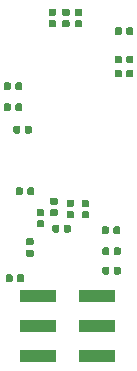
<source format=gbr>
G04 #@! TF.GenerationSoftware,KiCad,Pcbnew,5.0.1-33cea8e~66~ubuntu18.04.1*
G04 #@! TF.CreationDate,2018-10-18T22:19:59+02:00*
G04 #@! TF.ProjectId,Tiny-up5k,54696E792D7570356B2E6B696361645F,rev?*
G04 #@! TF.SameCoordinates,Original*
G04 #@! TF.FileFunction,Paste,Bot*
G04 #@! TF.FilePolarity,Positive*
%FSLAX46Y46*%
G04 Gerber Fmt 4.6, Leading zero omitted, Abs format (unit mm)*
G04 Created by KiCad (PCBNEW 5.0.1-33cea8e~66~ubuntu18.04.1) date do 18 okt 2018 22:19:59 CEST*
%MOMM*%
%LPD*%
G01*
G04 APERTURE LIST*
%ADD10R,3.150000X1.000000*%
%ADD11C,0.100000*%
%ADD12C,0.590000*%
G04 APERTURE END LIST*
D10*
G04 #@! TO.C,J5*
X148620000Y-131445000D03*
X153670000Y-131445000D03*
X148620000Y-128905000D03*
X153670000Y-128905000D03*
X148620000Y-126365000D03*
X153670000Y-126365000D03*
G04 #@! TD*
D11*
G04 #@! TO.C,C12*
G36*
X147989958Y-111948710D02*
X148004276Y-111950834D01*
X148018317Y-111954351D01*
X148031946Y-111959228D01*
X148045031Y-111965417D01*
X148057447Y-111972858D01*
X148069073Y-111981481D01*
X148079798Y-111991202D01*
X148089519Y-112001927D01*
X148098142Y-112013553D01*
X148105583Y-112025969D01*
X148111772Y-112039054D01*
X148116649Y-112052683D01*
X148120166Y-112066724D01*
X148122290Y-112081042D01*
X148123000Y-112095500D01*
X148123000Y-112440500D01*
X148122290Y-112454958D01*
X148120166Y-112469276D01*
X148116649Y-112483317D01*
X148111772Y-112496946D01*
X148105583Y-112510031D01*
X148098142Y-112522447D01*
X148089519Y-112534073D01*
X148079798Y-112544798D01*
X148069073Y-112554519D01*
X148057447Y-112563142D01*
X148045031Y-112570583D01*
X148031946Y-112576772D01*
X148018317Y-112581649D01*
X148004276Y-112585166D01*
X147989958Y-112587290D01*
X147975500Y-112588000D01*
X147680500Y-112588000D01*
X147666042Y-112587290D01*
X147651724Y-112585166D01*
X147637683Y-112581649D01*
X147624054Y-112576772D01*
X147610969Y-112570583D01*
X147598553Y-112563142D01*
X147586927Y-112554519D01*
X147576202Y-112544798D01*
X147566481Y-112534073D01*
X147557858Y-112522447D01*
X147550417Y-112510031D01*
X147544228Y-112496946D01*
X147539351Y-112483317D01*
X147535834Y-112469276D01*
X147533710Y-112454958D01*
X147533000Y-112440500D01*
X147533000Y-112095500D01*
X147533710Y-112081042D01*
X147535834Y-112066724D01*
X147539351Y-112052683D01*
X147544228Y-112039054D01*
X147550417Y-112025969D01*
X147557858Y-112013553D01*
X147566481Y-112001927D01*
X147576202Y-111991202D01*
X147586927Y-111981481D01*
X147598553Y-111972858D01*
X147610969Y-111965417D01*
X147624054Y-111959228D01*
X147637683Y-111954351D01*
X147651724Y-111950834D01*
X147666042Y-111948710D01*
X147680500Y-111948000D01*
X147975500Y-111948000D01*
X147989958Y-111948710D01*
X147989958Y-111948710D01*
G37*
D12*
X147828000Y-112268000D03*
D11*
G36*
X147019958Y-111948710D02*
X147034276Y-111950834D01*
X147048317Y-111954351D01*
X147061946Y-111959228D01*
X147075031Y-111965417D01*
X147087447Y-111972858D01*
X147099073Y-111981481D01*
X147109798Y-111991202D01*
X147119519Y-112001927D01*
X147128142Y-112013553D01*
X147135583Y-112025969D01*
X147141772Y-112039054D01*
X147146649Y-112052683D01*
X147150166Y-112066724D01*
X147152290Y-112081042D01*
X147153000Y-112095500D01*
X147153000Y-112440500D01*
X147152290Y-112454958D01*
X147150166Y-112469276D01*
X147146649Y-112483317D01*
X147141772Y-112496946D01*
X147135583Y-112510031D01*
X147128142Y-112522447D01*
X147119519Y-112534073D01*
X147109798Y-112544798D01*
X147099073Y-112554519D01*
X147087447Y-112563142D01*
X147075031Y-112570583D01*
X147061946Y-112576772D01*
X147048317Y-112581649D01*
X147034276Y-112585166D01*
X147019958Y-112587290D01*
X147005500Y-112588000D01*
X146710500Y-112588000D01*
X146696042Y-112587290D01*
X146681724Y-112585166D01*
X146667683Y-112581649D01*
X146654054Y-112576772D01*
X146640969Y-112570583D01*
X146628553Y-112563142D01*
X146616927Y-112554519D01*
X146606202Y-112544798D01*
X146596481Y-112534073D01*
X146587858Y-112522447D01*
X146580417Y-112510031D01*
X146574228Y-112496946D01*
X146569351Y-112483317D01*
X146565834Y-112469276D01*
X146563710Y-112454958D01*
X146563000Y-112440500D01*
X146563000Y-112095500D01*
X146563710Y-112081042D01*
X146565834Y-112066724D01*
X146569351Y-112052683D01*
X146574228Y-112039054D01*
X146580417Y-112025969D01*
X146587858Y-112013553D01*
X146596481Y-112001927D01*
X146606202Y-111991202D01*
X146616927Y-111981481D01*
X146628553Y-111972858D01*
X146640969Y-111965417D01*
X146654054Y-111959228D01*
X146667683Y-111954351D01*
X146681724Y-111950834D01*
X146696042Y-111948710D01*
X146710500Y-111948000D01*
X147005500Y-111948000D01*
X147019958Y-111948710D01*
X147019958Y-111948710D01*
G37*
D12*
X146858000Y-112268000D03*
G04 #@! TD*
D11*
G04 #@! TO.C,C1*
G36*
X155612958Y-103603810D02*
X155627276Y-103605934D01*
X155641317Y-103609451D01*
X155654946Y-103614328D01*
X155668031Y-103620517D01*
X155680447Y-103627958D01*
X155692073Y-103636581D01*
X155702798Y-103646302D01*
X155712519Y-103657027D01*
X155721142Y-103668653D01*
X155728583Y-103681069D01*
X155734772Y-103694154D01*
X155739649Y-103707783D01*
X155743166Y-103721824D01*
X155745290Y-103736142D01*
X155746000Y-103750600D01*
X155746000Y-104095600D01*
X155745290Y-104110058D01*
X155743166Y-104124376D01*
X155739649Y-104138417D01*
X155734772Y-104152046D01*
X155728583Y-104165131D01*
X155721142Y-104177547D01*
X155712519Y-104189173D01*
X155702798Y-104199898D01*
X155692073Y-104209619D01*
X155680447Y-104218242D01*
X155668031Y-104225683D01*
X155654946Y-104231872D01*
X155641317Y-104236749D01*
X155627276Y-104240266D01*
X155612958Y-104242390D01*
X155598500Y-104243100D01*
X155303500Y-104243100D01*
X155289042Y-104242390D01*
X155274724Y-104240266D01*
X155260683Y-104236749D01*
X155247054Y-104231872D01*
X155233969Y-104225683D01*
X155221553Y-104218242D01*
X155209927Y-104209619D01*
X155199202Y-104199898D01*
X155189481Y-104189173D01*
X155180858Y-104177547D01*
X155173417Y-104165131D01*
X155167228Y-104152046D01*
X155162351Y-104138417D01*
X155158834Y-104124376D01*
X155156710Y-104110058D01*
X155156000Y-104095600D01*
X155156000Y-103750600D01*
X155156710Y-103736142D01*
X155158834Y-103721824D01*
X155162351Y-103707783D01*
X155167228Y-103694154D01*
X155173417Y-103681069D01*
X155180858Y-103668653D01*
X155189481Y-103657027D01*
X155199202Y-103646302D01*
X155209927Y-103636581D01*
X155221553Y-103627958D01*
X155233969Y-103620517D01*
X155247054Y-103614328D01*
X155260683Y-103609451D01*
X155274724Y-103605934D01*
X155289042Y-103603810D01*
X155303500Y-103603100D01*
X155598500Y-103603100D01*
X155612958Y-103603810D01*
X155612958Y-103603810D01*
G37*
D12*
X155451000Y-103923100D03*
D11*
G36*
X156582958Y-103603810D02*
X156597276Y-103605934D01*
X156611317Y-103609451D01*
X156624946Y-103614328D01*
X156638031Y-103620517D01*
X156650447Y-103627958D01*
X156662073Y-103636581D01*
X156672798Y-103646302D01*
X156682519Y-103657027D01*
X156691142Y-103668653D01*
X156698583Y-103681069D01*
X156704772Y-103694154D01*
X156709649Y-103707783D01*
X156713166Y-103721824D01*
X156715290Y-103736142D01*
X156716000Y-103750600D01*
X156716000Y-104095600D01*
X156715290Y-104110058D01*
X156713166Y-104124376D01*
X156709649Y-104138417D01*
X156704772Y-104152046D01*
X156698583Y-104165131D01*
X156691142Y-104177547D01*
X156682519Y-104189173D01*
X156672798Y-104199898D01*
X156662073Y-104209619D01*
X156650447Y-104218242D01*
X156638031Y-104225683D01*
X156624946Y-104231872D01*
X156611317Y-104236749D01*
X156597276Y-104240266D01*
X156582958Y-104242390D01*
X156568500Y-104243100D01*
X156273500Y-104243100D01*
X156259042Y-104242390D01*
X156244724Y-104240266D01*
X156230683Y-104236749D01*
X156217054Y-104231872D01*
X156203969Y-104225683D01*
X156191553Y-104218242D01*
X156179927Y-104209619D01*
X156169202Y-104199898D01*
X156159481Y-104189173D01*
X156150858Y-104177547D01*
X156143417Y-104165131D01*
X156137228Y-104152046D01*
X156132351Y-104138417D01*
X156128834Y-104124376D01*
X156126710Y-104110058D01*
X156126000Y-104095600D01*
X156126000Y-103750600D01*
X156126710Y-103736142D01*
X156128834Y-103721824D01*
X156132351Y-103707783D01*
X156137228Y-103694154D01*
X156143417Y-103681069D01*
X156150858Y-103668653D01*
X156159481Y-103657027D01*
X156169202Y-103646302D01*
X156179927Y-103636581D01*
X156191553Y-103627958D01*
X156203969Y-103620517D01*
X156217054Y-103614328D01*
X156230683Y-103609451D01*
X156244724Y-103605934D01*
X156259042Y-103603810D01*
X156273500Y-103603100D01*
X156568500Y-103603100D01*
X156582958Y-103603810D01*
X156582958Y-103603810D01*
G37*
D12*
X156421000Y-103923100D03*
G04 #@! TD*
D11*
G04 #@! TO.C,C2*
G36*
X156582958Y-107203810D02*
X156597276Y-107205934D01*
X156611317Y-107209451D01*
X156624946Y-107214328D01*
X156638031Y-107220517D01*
X156650447Y-107227958D01*
X156662073Y-107236581D01*
X156672798Y-107246302D01*
X156682519Y-107257027D01*
X156691142Y-107268653D01*
X156698583Y-107281069D01*
X156704772Y-107294154D01*
X156709649Y-107307783D01*
X156713166Y-107321824D01*
X156715290Y-107336142D01*
X156716000Y-107350600D01*
X156716000Y-107695600D01*
X156715290Y-107710058D01*
X156713166Y-107724376D01*
X156709649Y-107738417D01*
X156704772Y-107752046D01*
X156698583Y-107765131D01*
X156691142Y-107777547D01*
X156682519Y-107789173D01*
X156672798Y-107799898D01*
X156662073Y-107809619D01*
X156650447Y-107818242D01*
X156638031Y-107825683D01*
X156624946Y-107831872D01*
X156611317Y-107836749D01*
X156597276Y-107840266D01*
X156582958Y-107842390D01*
X156568500Y-107843100D01*
X156273500Y-107843100D01*
X156259042Y-107842390D01*
X156244724Y-107840266D01*
X156230683Y-107836749D01*
X156217054Y-107831872D01*
X156203969Y-107825683D01*
X156191553Y-107818242D01*
X156179927Y-107809619D01*
X156169202Y-107799898D01*
X156159481Y-107789173D01*
X156150858Y-107777547D01*
X156143417Y-107765131D01*
X156137228Y-107752046D01*
X156132351Y-107738417D01*
X156128834Y-107724376D01*
X156126710Y-107710058D01*
X156126000Y-107695600D01*
X156126000Y-107350600D01*
X156126710Y-107336142D01*
X156128834Y-107321824D01*
X156132351Y-107307783D01*
X156137228Y-107294154D01*
X156143417Y-107281069D01*
X156150858Y-107268653D01*
X156159481Y-107257027D01*
X156169202Y-107246302D01*
X156179927Y-107236581D01*
X156191553Y-107227958D01*
X156203969Y-107220517D01*
X156217054Y-107214328D01*
X156230683Y-107209451D01*
X156244724Y-107205934D01*
X156259042Y-107203810D01*
X156273500Y-107203100D01*
X156568500Y-107203100D01*
X156582958Y-107203810D01*
X156582958Y-107203810D01*
G37*
D12*
X156421000Y-107523100D03*
D11*
G36*
X155612958Y-107203810D02*
X155627276Y-107205934D01*
X155641317Y-107209451D01*
X155654946Y-107214328D01*
X155668031Y-107220517D01*
X155680447Y-107227958D01*
X155692073Y-107236581D01*
X155702798Y-107246302D01*
X155712519Y-107257027D01*
X155721142Y-107268653D01*
X155728583Y-107281069D01*
X155734772Y-107294154D01*
X155739649Y-107307783D01*
X155743166Y-107321824D01*
X155745290Y-107336142D01*
X155746000Y-107350600D01*
X155746000Y-107695600D01*
X155745290Y-107710058D01*
X155743166Y-107724376D01*
X155739649Y-107738417D01*
X155734772Y-107752046D01*
X155728583Y-107765131D01*
X155721142Y-107777547D01*
X155712519Y-107789173D01*
X155702798Y-107799898D01*
X155692073Y-107809619D01*
X155680447Y-107818242D01*
X155668031Y-107825683D01*
X155654946Y-107831872D01*
X155641317Y-107836749D01*
X155627276Y-107840266D01*
X155612958Y-107842390D01*
X155598500Y-107843100D01*
X155303500Y-107843100D01*
X155289042Y-107842390D01*
X155274724Y-107840266D01*
X155260683Y-107836749D01*
X155247054Y-107831872D01*
X155233969Y-107825683D01*
X155221553Y-107818242D01*
X155209927Y-107809619D01*
X155199202Y-107799898D01*
X155189481Y-107789173D01*
X155180858Y-107777547D01*
X155173417Y-107765131D01*
X155167228Y-107752046D01*
X155162351Y-107738417D01*
X155158834Y-107724376D01*
X155156710Y-107710058D01*
X155156000Y-107695600D01*
X155156000Y-107350600D01*
X155156710Y-107336142D01*
X155158834Y-107321824D01*
X155162351Y-107307783D01*
X155167228Y-107294154D01*
X155173417Y-107281069D01*
X155180858Y-107268653D01*
X155189481Y-107257027D01*
X155199202Y-107246302D01*
X155209927Y-107236581D01*
X155221553Y-107227958D01*
X155233969Y-107220517D01*
X155247054Y-107214328D01*
X155260683Y-107209451D01*
X155274724Y-107205934D01*
X155289042Y-107203810D01*
X155303500Y-107203100D01*
X155598500Y-107203100D01*
X155612958Y-107203810D01*
X155612958Y-107203810D01*
G37*
D12*
X155451000Y-107523100D03*
G04 #@! TD*
D11*
G04 #@! TO.C,C4*
G36*
X156582958Y-106003810D02*
X156597276Y-106005934D01*
X156611317Y-106009451D01*
X156624946Y-106014328D01*
X156638031Y-106020517D01*
X156650447Y-106027958D01*
X156662073Y-106036581D01*
X156672798Y-106046302D01*
X156682519Y-106057027D01*
X156691142Y-106068653D01*
X156698583Y-106081069D01*
X156704772Y-106094154D01*
X156709649Y-106107783D01*
X156713166Y-106121824D01*
X156715290Y-106136142D01*
X156716000Y-106150600D01*
X156716000Y-106495600D01*
X156715290Y-106510058D01*
X156713166Y-106524376D01*
X156709649Y-106538417D01*
X156704772Y-106552046D01*
X156698583Y-106565131D01*
X156691142Y-106577547D01*
X156682519Y-106589173D01*
X156672798Y-106599898D01*
X156662073Y-106609619D01*
X156650447Y-106618242D01*
X156638031Y-106625683D01*
X156624946Y-106631872D01*
X156611317Y-106636749D01*
X156597276Y-106640266D01*
X156582958Y-106642390D01*
X156568500Y-106643100D01*
X156273500Y-106643100D01*
X156259042Y-106642390D01*
X156244724Y-106640266D01*
X156230683Y-106636749D01*
X156217054Y-106631872D01*
X156203969Y-106625683D01*
X156191553Y-106618242D01*
X156179927Y-106609619D01*
X156169202Y-106599898D01*
X156159481Y-106589173D01*
X156150858Y-106577547D01*
X156143417Y-106565131D01*
X156137228Y-106552046D01*
X156132351Y-106538417D01*
X156128834Y-106524376D01*
X156126710Y-106510058D01*
X156126000Y-106495600D01*
X156126000Y-106150600D01*
X156126710Y-106136142D01*
X156128834Y-106121824D01*
X156132351Y-106107783D01*
X156137228Y-106094154D01*
X156143417Y-106081069D01*
X156150858Y-106068653D01*
X156159481Y-106057027D01*
X156169202Y-106046302D01*
X156179927Y-106036581D01*
X156191553Y-106027958D01*
X156203969Y-106020517D01*
X156217054Y-106014328D01*
X156230683Y-106009451D01*
X156244724Y-106005934D01*
X156259042Y-106003810D01*
X156273500Y-106003100D01*
X156568500Y-106003100D01*
X156582958Y-106003810D01*
X156582958Y-106003810D01*
G37*
D12*
X156421000Y-106323100D03*
D11*
G36*
X155612958Y-106003810D02*
X155627276Y-106005934D01*
X155641317Y-106009451D01*
X155654946Y-106014328D01*
X155668031Y-106020517D01*
X155680447Y-106027958D01*
X155692073Y-106036581D01*
X155702798Y-106046302D01*
X155712519Y-106057027D01*
X155721142Y-106068653D01*
X155728583Y-106081069D01*
X155734772Y-106094154D01*
X155739649Y-106107783D01*
X155743166Y-106121824D01*
X155745290Y-106136142D01*
X155746000Y-106150600D01*
X155746000Y-106495600D01*
X155745290Y-106510058D01*
X155743166Y-106524376D01*
X155739649Y-106538417D01*
X155734772Y-106552046D01*
X155728583Y-106565131D01*
X155721142Y-106577547D01*
X155712519Y-106589173D01*
X155702798Y-106599898D01*
X155692073Y-106609619D01*
X155680447Y-106618242D01*
X155668031Y-106625683D01*
X155654946Y-106631872D01*
X155641317Y-106636749D01*
X155627276Y-106640266D01*
X155612958Y-106642390D01*
X155598500Y-106643100D01*
X155303500Y-106643100D01*
X155289042Y-106642390D01*
X155274724Y-106640266D01*
X155260683Y-106636749D01*
X155247054Y-106631872D01*
X155233969Y-106625683D01*
X155221553Y-106618242D01*
X155209927Y-106609619D01*
X155199202Y-106599898D01*
X155189481Y-106589173D01*
X155180858Y-106577547D01*
X155173417Y-106565131D01*
X155167228Y-106552046D01*
X155162351Y-106538417D01*
X155158834Y-106524376D01*
X155156710Y-106510058D01*
X155156000Y-106495600D01*
X155156000Y-106150600D01*
X155156710Y-106136142D01*
X155158834Y-106121824D01*
X155162351Y-106107783D01*
X155167228Y-106094154D01*
X155173417Y-106081069D01*
X155180858Y-106068653D01*
X155189481Y-106057027D01*
X155199202Y-106046302D01*
X155209927Y-106036581D01*
X155221553Y-106027958D01*
X155233969Y-106020517D01*
X155247054Y-106014328D01*
X155260683Y-106009451D01*
X155274724Y-106005934D01*
X155289042Y-106003810D01*
X155303500Y-106003100D01*
X155598500Y-106003100D01*
X155612958Y-106003810D01*
X155612958Y-106003810D01*
G37*
D12*
X155451000Y-106323100D03*
G04 #@! TD*
D11*
G04 #@! TO.C,C5*
G36*
X154512958Y-120457710D02*
X154527276Y-120459834D01*
X154541317Y-120463351D01*
X154554946Y-120468228D01*
X154568031Y-120474417D01*
X154580447Y-120481858D01*
X154592073Y-120490481D01*
X154602798Y-120500202D01*
X154612519Y-120510927D01*
X154621142Y-120522553D01*
X154628583Y-120534969D01*
X154634772Y-120548054D01*
X154639649Y-120561683D01*
X154643166Y-120575724D01*
X154645290Y-120590042D01*
X154646000Y-120604500D01*
X154646000Y-120949500D01*
X154645290Y-120963958D01*
X154643166Y-120978276D01*
X154639649Y-120992317D01*
X154634772Y-121005946D01*
X154628583Y-121019031D01*
X154621142Y-121031447D01*
X154612519Y-121043073D01*
X154602798Y-121053798D01*
X154592073Y-121063519D01*
X154580447Y-121072142D01*
X154568031Y-121079583D01*
X154554946Y-121085772D01*
X154541317Y-121090649D01*
X154527276Y-121094166D01*
X154512958Y-121096290D01*
X154498500Y-121097000D01*
X154203500Y-121097000D01*
X154189042Y-121096290D01*
X154174724Y-121094166D01*
X154160683Y-121090649D01*
X154147054Y-121085772D01*
X154133969Y-121079583D01*
X154121553Y-121072142D01*
X154109927Y-121063519D01*
X154099202Y-121053798D01*
X154089481Y-121043073D01*
X154080858Y-121031447D01*
X154073417Y-121019031D01*
X154067228Y-121005946D01*
X154062351Y-120992317D01*
X154058834Y-120978276D01*
X154056710Y-120963958D01*
X154056000Y-120949500D01*
X154056000Y-120604500D01*
X154056710Y-120590042D01*
X154058834Y-120575724D01*
X154062351Y-120561683D01*
X154067228Y-120548054D01*
X154073417Y-120534969D01*
X154080858Y-120522553D01*
X154089481Y-120510927D01*
X154099202Y-120500202D01*
X154109927Y-120490481D01*
X154121553Y-120481858D01*
X154133969Y-120474417D01*
X154147054Y-120468228D01*
X154160683Y-120463351D01*
X154174724Y-120459834D01*
X154189042Y-120457710D01*
X154203500Y-120457000D01*
X154498500Y-120457000D01*
X154512958Y-120457710D01*
X154512958Y-120457710D01*
G37*
D12*
X154351000Y-120777000D03*
D11*
G36*
X155482958Y-120457710D02*
X155497276Y-120459834D01*
X155511317Y-120463351D01*
X155524946Y-120468228D01*
X155538031Y-120474417D01*
X155550447Y-120481858D01*
X155562073Y-120490481D01*
X155572798Y-120500202D01*
X155582519Y-120510927D01*
X155591142Y-120522553D01*
X155598583Y-120534969D01*
X155604772Y-120548054D01*
X155609649Y-120561683D01*
X155613166Y-120575724D01*
X155615290Y-120590042D01*
X155616000Y-120604500D01*
X155616000Y-120949500D01*
X155615290Y-120963958D01*
X155613166Y-120978276D01*
X155609649Y-120992317D01*
X155604772Y-121005946D01*
X155598583Y-121019031D01*
X155591142Y-121031447D01*
X155582519Y-121043073D01*
X155572798Y-121053798D01*
X155562073Y-121063519D01*
X155550447Y-121072142D01*
X155538031Y-121079583D01*
X155524946Y-121085772D01*
X155511317Y-121090649D01*
X155497276Y-121094166D01*
X155482958Y-121096290D01*
X155468500Y-121097000D01*
X155173500Y-121097000D01*
X155159042Y-121096290D01*
X155144724Y-121094166D01*
X155130683Y-121090649D01*
X155117054Y-121085772D01*
X155103969Y-121079583D01*
X155091553Y-121072142D01*
X155079927Y-121063519D01*
X155069202Y-121053798D01*
X155059481Y-121043073D01*
X155050858Y-121031447D01*
X155043417Y-121019031D01*
X155037228Y-121005946D01*
X155032351Y-120992317D01*
X155028834Y-120978276D01*
X155026710Y-120963958D01*
X155026000Y-120949500D01*
X155026000Y-120604500D01*
X155026710Y-120590042D01*
X155028834Y-120575724D01*
X155032351Y-120561683D01*
X155037228Y-120548054D01*
X155043417Y-120534969D01*
X155050858Y-120522553D01*
X155059481Y-120510927D01*
X155069202Y-120500202D01*
X155079927Y-120490481D01*
X155091553Y-120481858D01*
X155103969Y-120474417D01*
X155117054Y-120468228D01*
X155130683Y-120463351D01*
X155144724Y-120459834D01*
X155159042Y-120457710D01*
X155173500Y-120457000D01*
X155468500Y-120457000D01*
X155482958Y-120457710D01*
X155482958Y-120457710D01*
G37*
D12*
X155321000Y-120777000D03*
G04 #@! TD*
D11*
G04 #@! TO.C,C6*
G36*
X149030958Y-118981710D02*
X149045276Y-118983834D01*
X149059317Y-118987351D01*
X149072946Y-118992228D01*
X149086031Y-118998417D01*
X149098447Y-119005858D01*
X149110073Y-119014481D01*
X149120798Y-119024202D01*
X149130519Y-119034927D01*
X149139142Y-119046553D01*
X149146583Y-119058969D01*
X149152772Y-119072054D01*
X149157649Y-119085683D01*
X149161166Y-119099724D01*
X149163290Y-119114042D01*
X149164000Y-119128500D01*
X149164000Y-119423500D01*
X149163290Y-119437958D01*
X149161166Y-119452276D01*
X149157649Y-119466317D01*
X149152772Y-119479946D01*
X149146583Y-119493031D01*
X149139142Y-119505447D01*
X149130519Y-119517073D01*
X149120798Y-119527798D01*
X149110073Y-119537519D01*
X149098447Y-119546142D01*
X149086031Y-119553583D01*
X149072946Y-119559772D01*
X149059317Y-119564649D01*
X149045276Y-119568166D01*
X149030958Y-119570290D01*
X149016500Y-119571000D01*
X148671500Y-119571000D01*
X148657042Y-119570290D01*
X148642724Y-119568166D01*
X148628683Y-119564649D01*
X148615054Y-119559772D01*
X148601969Y-119553583D01*
X148589553Y-119546142D01*
X148577927Y-119537519D01*
X148567202Y-119527798D01*
X148557481Y-119517073D01*
X148548858Y-119505447D01*
X148541417Y-119493031D01*
X148535228Y-119479946D01*
X148530351Y-119466317D01*
X148526834Y-119452276D01*
X148524710Y-119437958D01*
X148524000Y-119423500D01*
X148524000Y-119128500D01*
X148524710Y-119114042D01*
X148526834Y-119099724D01*
X148530351Y-119085683D01*
X148535228Y-119072054D01*
X148541417Y-119058969D01*
X148548858Y-119046553D01*
X148557481Y-119034927D01*
X148567202Y-119024202D01*
X148577927Y-119014481D01*
X148589553Y-119005858D01*
X148601969Y-118998417D01*
X148615054Y-118992228D01*
X148628683Y-118987351D01*
X148642724Y-118983834D01*
X148657042Y-118981710D01*
X148671500Y-118981000D01*
X149016500Y-118981000D01*
X149030958Y-118981710D01*
X149030958Y-118981710D01*
G37*
D12*
X148844000Y-119276000D03*
D11*
G36*
X149030958Y-119951710D02*
X149045276Y-119953834D01*
X149059317Y-119957351D01*
X149072946Y-119962228D01*
X149086031Y-119968417D01*
X149098447Y-119975858D01*
X149110073Y-119984481D01*
X149120798Y-119994202D01*
X149130519Y-120004927D01*
X149139142Y-120016553D01*
X149146583Y-120028969D01*
X149152772Y-120042054D01*
X149157649Y-120055683D01*
X149161166Y-120069724D01*
X149163290Y-120084042D01*
X149164000Y-120098500D01*
X149164000Y-120393500D01*
X149163290Y-120407958D01*
X149161166Y-120422276D01*
X149157649Y-120436317D01*
X149152772Y-120449946D01*
X149146583Y-120463031D01*
X149139142Y-120475447D01*
X149130519Y-120487073D01*
X149120798Y-120497798D01*
X149110073Y-120507519D01*
X149098447Y-120516142D01*
X149086031Y-120523583D01*
X149072946Y-120529772D01*
X149059317Y-120534649D01*
X149045276Y-120538166D01*
X149030958Y-120540290D01*
X149016500Y-120541000D01*
X148671500Y-120541000D01*
X148657042Y-120540290D01*
X148642724Y-120538166D01*
X148628683Y-120534649D01*
X148615054Y-120529772D01*
X148601969Y-120523583D01*
X148589553Y-120516142D01*
X148577927Y-120507519D01*
X148567202Y-120497798D01*
X148557481Y-120487073D01*
X148548858Y-120475447D01*
X148541417Y-120463031D01*
X148535228Y-120449946D01*
X148530351Y-120436317D01*
X148526834Y-120422276D01*
X148524710Y-120407958D01*
X148524000Y-120393500D01*
X148524000Y-120098500D01*
X148524710Y-120084042D01*
X148526834Y-120069724D01*
X148530351Y-120055683D01*
X148535228Y-120042054D01*
X148541417Y-120028969D01*
X148548858Y-120016553D01*
X148557481Y-120004927D01*
X148567202Y-119994202D01*
X148577927Y-119984481D01*
X148589553Y-119975858D01*
X148601969Y-119968417D01*
X148615054Y-119962228D01*
X148628683Y-119957351D01*
X148642724Y-119953834D01*
X148657042Y-119951710D01*
X148671500Y-119951000D01*
X149016500Y-119951000D01*
X149030958Y-119951710D01*
X149030958Y-119951710D01*
G37*
D12*
X148844000Y-120246000D03*
G04 #@! TD*
D11*
G04 #@! TO.C,C8*
G36*
X147227958Y-117155710D02*
X147242276Y-117157834D01*
X147256317Y-117161351D01*
X147269946Y-117166228D01*
X147283031Y-117172417D01*
X147295447Y-117179858D01*
X147307073Y-117188481D01*
X147317798Y-117198202D01*
X147327519Y-117208927D01*
X147336142Y-117220553D01*
X147343583Y-117232969D01*
X147349772Y-117246054D01*
X147354649Y-117259683D01*
X147358166Y-117273724D01*
X147360290Y-117288042D01*
X147361000Y-117302500D01*
X147361000Y-117647500D01*
X147360290Y-117661958D01*
X147358166Y-117676276D01*
X147354649Y-117690317D01*
X147349772Y-117703946D01*
X147343583Y-117717031D01*
X147336142Y-117729447D01*
X147327519Y-117741073D01*
X147317798Y-117751798D01*
X147307073Y-117761519D01*
X147295447Y-117770142D01*
X147283031Y-117777583D01*
X147269946Y-117783772D01*
X147256317Y-117788649D01*
X147242276Y-117792166D01*
X147227958Y-117794290D01*
X147213500Y-117795000D01*
X146918500Y-117795000D01*
X146904042Y-117794290D01*
X146889724Y-117792166D01*
X146875683Y-117788649D01*
X146862054Y-117783772D01*
X146848969Y-117777583D01*
X146836553Y-117770142D01*
X146824927Y-117761519D01*
X146814202Y-117751798D01*
X146804481Y-117741073D01*
X146795858Y-117729447D01*
X146788417Y-117717031D01*
X146782228Y-117703946D01*
X146777351Y-117690317D01*
X146773834Y-117676276D01*
X146771710Y-117661958D01*
X146771000Y-117647500D01*
X146771000Y-117302500D01*
X146771710Y-117288042D01*
X146773834Y-117273724D01*
X146777351Y-117259683D01*
X146782228Y-117246054D01*
X146788417Y-117232969D01*
X146795858Y-117220553D01*
X146804481Y-117208927D01*
X146814202Y-117198202D01*
X146824927Y-117188481D01*
X146836553Y-117179858D01*
X146848969Y-117172417D01*
X146862054Y-117166228D01*
X146875683Y-117161351D01*
X146889724Y-117157834D01*
X146904042Y-117155710D01*
X146918500Y-117155000D01*
X147213500Y-117155000D01*
X147227958Y-117155710D01*
X147227958Y-117155710D01*
G37*
D12*
X147066000Y-117475000D03*
D11*
G36*
X148197958Y-117155710D02*
X148212276Y-117157834D01*
X148226317Y-117161351D01*
X148239946Y-117166228D01*
X148253031Y-117172417D01*
X148265447Y-117179858D01*
X148277073Y-117188481D01*
X148287798Y-117198202D01*
X148297519Y-117208927D01*
X148306142Y-117220553D01*
X148313583Y-117232969D01*
X148319772Y-117246054D01*
X148324649Y-117259683D01*
X148328166Y-117273724D01*
X148330290Y-117288042D01*
X148331000Y-117302500D01*
X148331000Y-117647500D01*
X148330290Y-117661958D01*
X148328166Y-117676276D01*
X148324649Y-117690317D01*
X148319772Y-117703946D01*
X148313583Y-117717031D01*
X148306142Y-117729447D01*
X148297519Y-117741073D01*
X148287798Y-117751798D01*
X148277073Y-117761519D01*
X148265447Y-117770142D01*
X148253031Y-117777583D01*
X148239946Y-117783772D01*
X148226317Y-117788649D01*
X148212276Y-117792166D01*
X148197958Y-117794290D01*
X148183500Y-117795000D01*
X147888500Y-117795000D01*
X147874042Y-117794290D01*
X147859724Y-117792166D01*
X147845683Y-117788649D01*
X147832054Y-117783772D01*
X147818969Y-117777583D01*
X147806553Y-117770142D01*
X147794927Y-117761519D01*
X147784202Y-117751798D01*
X147774481Y-117741073D01*
X147765858Y-117729447D01*
X147758417Y-117717031D01*
X147752228Y-117703946D01*
X147747351Y-117690317D01*
X147743834Y-117676276D01*
X147741710Y-117661958D01*
X147741000Y-117647500D01*
X147741000Y-117302500D01*
X147741710Y-117288042D01*
X147743834Y-117273724D01*
X147747351Y-117259683D01*
X147752228Y-117246054D01*
X147758417Y-117232969D01*
X147765858Y-117220553D01*
X147774481Y-117208927D01*
X147784202Y-117198202D01*
X147794927Y-117188481D01*
X147806553Y-117179858D01*
X147818969Y-117172417D01*
X147832054Y-117166228D01*
X147845683Y-117161351D01*
X147859724Y-117157834D01*
X147874042Y-117155710D01*
X147888500Y-117155000D01*
X148183500Y-117155000D01*
X148197958Y-117155710D01*
X148197958Y-117155710D01*
G37*
D12*
X148036000Y-117475000D03*
G04 #@! TD*
D11*
G04 #@! TO.C,C9*
G36*
X152840958Y-119189710D02*
X152855276Y-119191834D01*
X152869317Y-119195351D01*
X152882946Y-119200228D01*
X152896031Y-119206417D01*
X152908447Y-119213858D01*
X152920073Y-119222481D01*
X152930798Y-119232202D01*
X152940519Y-119242927D01*
X152949142Y-119254553D01*
X152956583Y-119266969D01*
X152962772Y-119280054D01*
X152967649Y-119293683D01*
X152971166Y-119307724D01*
X152973290Y-119322042D01*
X152974000Y-119336500D01*
X152974000Y-119631500D01*
X152973290Y-119645958D01*
X152971166Y-119660276D01*
X152967649Y-119674317D01*
X152962772Y-119687946D01*
X152956583Y-119701031D01*
X152949142Y-119713447D01*
X152940519Y-119725073D01*
X152930798Y-119735798D01*
X152920073Y-119745519D01*
X152908447Y-119754142D01*
X152896031Y-119761583D01*
X152882946Y-119767772D01*
X152869317Y-119772649D01*
X152855276Y-119776166D01*
X152840958Y-119778290D01*
X152826500Y-119779000D01*
X152481500Y-119779000D01*
X152467042Y-119778290D01*
X152452724Y-119776166D01*
X152438683Y-119772649D01*
X152425054Y-119767772D01*
X152411969Y-119761583D01*
X152399553Y-119754142D01*
X152387927Y-119745519D01*
X152377202Y-119735798D01*
X152367481Y-119725073D01*
X152358858Y-119713447D01*
X152351417Y-119701031D01*
X152345228Y-119687946D01*
X152340351Y-119674317D01*
X152336834Y-119660276D01*
X152334710Y-119645958D01*
X152334000Y-119631500D01*
X152334000Y-119336500D01*
X152334710Y-119322042D01*
X152336834Y-119307724D01*
X152340351Y-119293683D01*
X152345228Y-119280054D01*
X152351417Y-119266969D01*
X152358858Y-119254553D01*
X152367481Y-119242927D01*
X152377202Y-119232202D01*
X152387927Y-119222481D01*
X152399553Y-119213858D01*
X152411969Y-119206417D01*
X152425054Y-119200228D01*
X152438683Y-119195351D01*
X152452724Y-119191834D01*
X152467042Y-119189710D01*
X152481500Y-119189000D01*
X152826500Y-119189000D01*
X152840958Y-119189710D01*
X152840958Y-119189710D01*
G37*
D12*
X152654000Y-119484000D03*
D11*
G36*
X152840958Y-118219710D02*
X152855276Y-118221834D01*
X152869317Y-118225351D01*
X152882946Y-118230228D01*
X152896031Y-118236417D01*
X152908447Y-118243858D01*
X152920073Y-118252481D01*
X152930798Y-118262202D01*
X152940519Y-118272927D01*
X152949142Y-118284553D01*
X152956583Y-118296969D01*
X152962772Y-118310054D01*
X152967649Y-118323683D01*
X152971166Y-118337724D01*
X152973290Y-118352042D01*
X152974000Y-118366500D01*
X152974000Y-118661500D01*
X152973290Y-118675958D01*
X152971166Y-118690276D01*
X152967649Y-118704317D01*
X152962772Y-118717946D01*
X152956583Y-118731031D01*
X152949142Y-118743447D01*
X152940519Y-118755073D01*
X152930798Y-118765798D01*
X152920073Y-118775519D01*
X152908447Y-118784142D01*
X152896031Y-118791583D01*
X152882946Y-118797772D01*
X152869317Y-118802649D01*
X152855276Y-118806166D01*
X152840958Y-118808290D01*
X152826500Y-118809000D01*
X152481500Y-118809000D01*
X152467042Y-118808290D01*
X152452724Y-118806166D01*
X152438683Y-118802649D01*
X152425054Y-118797772D01*
X152411969Y-118791583D01*
X152399553Y-118784142D01*
X152387927Y-118775519D01*
X152377202Y-118765798D01*
X152367481Y-118755073D01*
X152358858Y-118743447D01*
X152351417Y-118731031D01*
X152345228Y-118717946D01*
X152340351Y-118704317D01*
X152336834Y-118690276D01*
X152334710Y-118675958D01*
X152334000Y-118661500D01*
X152334000Y-118366500D01*
X152334710Y-118352042D01*
X152336834Y-118337724D01*
X152340351Y-118323683D01*
X152345228Y-118310054D01*
X152351417Y-118296969D01*
X152358858Y-118284553D01*
X152367481Y-118272927D01*
X152377202Y-118262202D01*
X152387927Y-118252481D01*
X152399553Y-118243858D01*
X152411969Y-118236417D01*
X152425054Y-118230228D01*
X152438683Y-118225351D01*
X152452724Y-118221834D01*
X152467042Y-118219710D01*
X152481500Y-118219000D01*
X152826500Y-118219000D01*
X152840958Y-118219710D01*
X152840958Y-118219710D01*
G37*
D12*
X152654000Y-118514000D03*
G04 #@! TD*
D11*
G04 #@! TO.C,C10*
G36*
X146211958Y-108265710D02*
X146226276Y-108267834D01*
X146240317Y-108271351D01*
X146253946Y-108276228D01*
X146267031Y-108282417D01*
X146279447Y-108289858D01*
X146291073Y-108298481D01*
X146301798Y-108308202D01*
X146311519Y-108318927D01*
X146320142Y-108330553D01*
X146327583Y-108342969D01*
X146333772Y-108356054D01*
X146338649Y-108369683D01*
X146342166Y-108383724D01*
X146344290Y-108398042D01*
X146345000Y-108412500D01*
X146345000Y-108757500D01*
X146344290Y-108771958D01*
X146342166Y-108786276D01*
X146338649Y-108800317D01*
X146333772Y-108813946D01*
X146327583Y-108827031D01*
X146320142Y-108839447D01*
X146311519Y-108851073D01*
X146301798Y-108861798D01*
X146291073Y-108871519D01*
X146279447Y-108880142D01*
X146267031Y-108887583D01*
X146253946Y-108893772D01*
X146240317Y-108898649D01*
X146226276Y-108902166D01*
X146211958Y-108904290D01*
X146197500Y-108905000D01*
X145902500Y-108905000D01*
X145888042Y-108904290D01*
X145873724Y-108902166D01*
X145859683Y-108898649D01*
X145846054Y-108893772D01*
X145832969Y-108887583D01*
X145820553Y-108880142D01*
X145808927Y-108871519D01*
X145798202Y-108861798D01*
X145788481Y-108851073D01*
X145779858Y-108839447D01*
X145772417Y-108827031D01*
X145766228Y-108813946D01*
X145761351Y-108800317D01*
X145757834Y-108786276D01*
X145755710Y-108771958D01*
X145755000Y-108757500D01*
X145755000Y-108412500D01*
X145755710Y-108398042D01*
X145757834Y-108383724D01*
X145761351Y-108369683D01*
X145766228Y-108356054D01*
X145772417Y-108342969D01*
X145779858Y-108330553D01*
X145788481Y-108318927D01*
X145798202Y-108308202D01*
X145808927Y-108298481D01*
X145820553Y-108289858D01*
X145832969Y-108282417D01*
X145846054Y-108276228D01*
X145859683Y-108271351D01*
X145873724Y-108267834D01*
X145888042Y-108265710D01*
X145902500Y-108265000D01*
X146197500Y-108265000D01*
X146211958Y-108265710D01*
X146211958Y-108265710D01*
G37*
D12*
X146050000Y-108585000D03*
D11*
G36*
X147181958Y-108265710D02*
X147196276Y-108267834D01*
X147210317Y-108271351D01*
X147223946Y-108276228D01*
X147237031Y-108282417D01*
X147249447Y-108289858D01*
X147261073Y-108298481D01*
X147271798Y-108308202D01*
X147281519Y-108318927D01*
X147290142Y-108330553D01*
X147297583Y-108342969D01*
X147303772Y-108356054D01*
X147308649Y-108369683D01*
X147312166Y-108383724D01*
X147314290Y-108398042D01*
X147315000Y-108412500D01*
X147315000Y-108757500D01*
X147314290Y-108771958D01*
X147312166Y-108786276D01*
X147308649Y-108800317D01*
X147303772Y-108813946D01*
X147297583Y-108827031D01*
X147290142Y-108839447D01*
X147281519Y-108851073D01*
X147271798Y-108861798D01*
X147261073Y-108871519D01*
X147249447Y-108880142D01*
X147237031Y-108887583D01*
X147223946Y-108893772D01*
X147210317Y-108898649D01*
X147196276Y-108902166D01*
X147181958Y-108904290D01*
X147167500Y-108905000D01*
X146872500Y-108905000D01*
X146858042Y-108904290D01*
X146843724Y-108902166D01*
X146829683Y-108898649D01*
X146816054Y-108893772D01*
X146802969Y-108887583D01*
X146790553Y-108880142D01*
X146778927Y-108871519D01*
X146768202Y-108861798D01*
X146758481Y-108851073D01*
X146749858Y-108839447D01*
X146742417Y-108827031D01*
X146736228Y-108813946D01*
X146731351Y-108800317D01*
X146727834Y-108786276D01*
X146725710Y-108771958D01*
X146725000Y-108757500D01*
X146725000Y-108412500D01*
X146725710Y-108398042D01*
X146727834Y-108383724D01*
X146731351Y-108369683D01*
X146736228Y-108356054D01*
X146742417Y-108342969D01*
X146749858Y-108330553D01*
X146758481Y-108318927D01*
X146768202Y-108308202D01*
X146778927Y-108298481D01*
X146790553Y-108289858D01*
X146802969Y-108282417D01*
X146816054Y-108276228D01*
X146829683Y-108271351D01*
X146843724Y-108267834D01*
X146858042Y-108265710D01*
X146872500Y-108265000D01*
X147167500Y-108265000D01*
X147181958Y-108265710D01*
X147181958Y-108265710D01*
G37*
D12*
X147020000Y-108585000D03*
G04 #@! TD*
D11*
G04 #@! TO.C,C11*
G36*
X147181958Y-110043710D02*
X147196276Y-110045834D01*
X147210317Y-110049351D01*
X147223946Y-110054228D01*
X147237031Y-110060417D01*
X147249447Y-110067858D01*
X147261073Y-110076481D01*
X147271798Y-110086202D01*
X147281519Y-110096927D01*
X147290142Y-110108553D01*
X147297583Y-110120969D01*
X147303772Y-110134054D01*
X147308649Y-110147683D01*
X147312166Y-110161724D01*
X147314290Y-110176042D01*
X147315000Y-110190500D01*
X147315000Y-110535500D01*
X147314290Y-110549958D01*
X147312166Y-110564276D01*
X147308649Y-110578317D01*
X147303772Y-110591946D01*
X147297583Y-110605031D01*
X147290142Y-110617447D01*
X147281519Y-110629073D01*
X147271798Y-110639798D01*
X147261073Y-110649519D01*
X147249447Y-110658142D01*
X147237031Y-110665583D01*
X147223946Y-110671772D01*
X147210317Y-110676649D01*
X147196276Y-110680166D01*
X147181958Y-110682290D01*
X147167500Y-110683000D01*
X146872500Y-110683000D01*
X146858042Y-110682290D01*
X146843724Y-110680166D01*
X146829683Y-110676649D01*
X146816054Y-110671772D01*
X146802969Y-110665583D01*
X146790553Y-110658142D01*
X146778927Y-110649519D01*
X146768202Y-110639798D01*
X146758481Y-110629073D01*
X146749858Y-110617447D01*
X146742417Y-110605031D01*
X146736228Y-110591946D01*
X146731351Y-110578317D01*
X146727834Y-110564276D01*
X146725710Y-110549958D01*
X146725000Y-110535500D01*
X146725000Y-110190500D01*
X146725710Y-110176042D01*
X146727834Y-110161724D01*
X146731351Y-110147683D01*
X146736228Y-110134054D01*
X146742417Y-110120969D01*
X146749858Y-110108553D01*
X146758481Y-110096927D01*
X146768202Y-110086202D01*
X146778927Y-110076481D01*
X146790553Y-110067858D01*
X146802969Y-110060417D01*
X146816054Y-110054228D01*
X146829683Y-110049351D01*
X146843724Y-110045834D01*
X146858042Y-110043710D01*
X146872500Y-110043000D01*
X147167500Y-110043000D01*
X147181958Y-110043710D01*
X147181958Y-110043710D01*
G37*
D12*
X147020000Y-110363000D03*
D11*
G36*
X146211958Y-110043710D02*
X146226276Y-110045834D01*
X146240317Y-110049351D01*
X146253946Y-110054228D01*
X146267031Y-110060417D01*
X146279447Y-110067858D01*
X146291073Y-110076481D01*
X146301798Y-110086202D01*
X146311519Y-110096927D01*
X146320142Y-110108553D01*
X146327583Y-110120969D01*
X146333772Y-110134054D01*
X146338649Y-110147683D01*
X146342166Y-110161724D01*
X146344290Y-110176042D01*
X146345000Y-110190500D01*
X146345000Y-110535500D01*
X146344290Y-110549958D01*
X146342166Y-110564276D01*
X146338649Y-110578317D01*
X146333772Y-110591946D01*
X146327583Y-110605031D01*
X146320142Y-110617447D01*
X146311519Y-110629073D01*
X146301798Y-110639798D01*
X146291073Y-110649519D01*
X146279447Y-110658142D01*
X146267031Y-110665583D01*
X146253946Y-110671772D01*
X146240317Y-110676649D01*
X146226276Y-110680166D01*
X146211958Y-110682290D01*
X146197500Y-110683000D01*
X145902500Y-110683000D01*
X145888042Y-110682290D01*
X145873724Y-110680166D01*
X145859683Y-110676649D01*
X145846054Y-110671772D01*
X145832969Y-110665583D01*
X145820553Y-110658142D01*
X145808927Y-110649519D01*
X145798202Y-110639798D01*
X145788481Y-110629073D01*
X145779858Y-110617447D01*
X145772417Y-110605031D01*
X145766228Y-110591946D01*
X145761351Y-110578317D01*
X145757834Y-110564276D01*
X145755710Y-110549958D01*
X145755000Y-110535500D01*
X145755000Y-110190500D01*
X145755710Y-110176042D01*
X145757834Y-110161724D01*
X145761351Y-110147683D01*
X145766228Y-110134054D01*
X145772417Y-110120969D01*
X145779858Y-110108553D01*
X145788481Y-110096927D01*
X145798202Y-110086202D01*
X145808927Y-110076481D01*
X145820553Y-110067858D01*
X145832969Y-110060417D01*
X145846054Y-110054228D01*
X145859683Y-110049351D01*
X145873724Y-110045834D01*
X145888042Y-110043710D01*
X145902500Y-110043000D01*
X146197500Y-110043000D01*
X146211958Y-110043710D01*
X146211958Y-110043710D01*
G37*
D12*
X146050000Y-110363000D03*
G04 #@! TD*
D11*
G04 #@! TO.C,C13*
G36*
X151570958Y-118196710D02*
X151585276Y-118198834D01*
X151599317Y-118202351D01*
X151612946Y-118207228D01*
X151626031Y-118213417D01*
X151638447Y-118220858D01*
X151650073Y-118229481D01*
X151660798Y-118239202D01*
X151670519Y-118249927D01*
X151679142Y-118261553D01*
X151686583Y-118273969D01*
X151692772Y-118287054D01*
X151697649Y-118300683D01*
X151701166Y-118314724D01*
X151703290Y-118329042D01*
X151704000Y-118343500D01*
X151704000Y-118638500D01*
X151703290Y-118652958D01*
X151701166Y-118667276D01*
X151697649Y-118681317D01*
X151692772Y-118694946D01*
X151686583Y-118708031D01*
X151679142Y-118720447D01*
X151670519Y-118732073D01*
X151660798Y-118742798D01*
X151650073Y-118752519D01*
X151638447Y-118761142D01*
X151626031Y-118768583D01*
X151612946Y-118774772D01*
X151599317Y-118779649D01*
X151585276Y-118783166D01*
X151570958Y-118785290D01*
X151556500Y-118786000D01*
X151211500Y-118786000D01*
X151197042Y-118785290D01*
X151182724Y-118783166D01*
X151168683Y-118779649D01*
X151155054Y-118774772D01*
X151141969Y-118768583D01*
X151129553Y-118761142D01*
X151117927Y-118752519D01*
X151107202Y-118742798D01*
X151097481Y-118732073D01*
X151088858Y-118720447D01*
X151081417Y-118708031D01*
X151075228Y-118694946D01*
X151070351Y-118681317D01*
X151066834Y-118667276D01*
X151064710Y-118652958D01*
X151064000Y-118638500D01*
X151064000Y-118343500D01*
X151064710Y-118329042D01*
X151066834Y-118314724D01*
X151070351Y-118300683D01*
X151075228Y-118287054D01*
X151081417Y-118273969D01*
X151088858Y-118261553D01*
X151097481Y-118249927D01*
X151107202Y-118239202D01*
X151117927Y-118229481D01*
X151129553Y-118220858D01*
X151141969Y-118213417D01*
X151155054Y-118207228D01*
X151168683Y-118202351D01*
X151182724Y-118198834D01*
X151197042Y-118196710D01*
X151211500Y-118196000D01*
X151556500Y-118196000D01*
X151570958Y-118196710D01*
X151570958Y-118196710D01*
G37*
D12*
X151384000Y-118491000D03*
D11*
G36*
X151570958Y-119166710D02*
X151585276Y-119168834D01*
X151599317Y-119172351D01*
X151612946Y-119177228D01*
X151626031Y-119183417D01*
X151638447Y-119190858D01*
X151650073Y-119199481D01*
X151660798Y-119209202D01*
X151670519Y-119219927D01*
X151679142Y-119231553D01*
X151686583Y-119243969D01*
X151692772Y-119257054D01*
X151697649Y-119270683D01*
X151701166Y-119284724D01*
X151703290Y-119299042D01*
X151704000Y-119313500D01*
X151704000Y-119608500D01*
X151703290Y-119622958D01*
X151701166Y-119637276D01*
X151697649Y-119651317D01*
X151692772Y-119664946D01*
X151686583Y-119678031D01*
X151679142Y-119690447D01*
X151670519Y-119702073D01*
X151660798Y-119712798D01*
X151650073Y-119722519D01*
X151638447Y-119731142D01*
X151626031Y-119738583D01*
X151612946Y-119744772D01*
X151599317Y-119749649D01*
X151585276Y-119753166D01*
X151570958Y-119755290D01*
X151556500Y-119756000D01*
X151211500Y-119756000D01*
X151197042Y-119755290D01*
X151182724Y-119753166D01*
X151168683Y-119749649D01*
X151155054Y-119744772D01*
X151141969Y-119738583D01*
X151129553Y-119731142D01*
X151117927Y-119722519D01*
X151107202Y-119712798D01*
X151097481Y-119702073D01*
X151088858Y-119690447D01*
X151081417Y-119678031D01*
X151075228Y-119664946D01*
X151070351Y-119651317D01*
X151066834Y-119637276D01*
X151064710Y-119622958D01*
X151064000Y-119608500D01*
X151064000Y-119313500D01*
X151064710Y-119299042D01*
X151066834Y-119284724D01*
X151070351Y-119270683D01*
X151075228Y-119257054D01*
X151081417Y-119243969D01*
X151088858Y-119231553D01*
X151097481Y-119219927D01*
X151107202Y-119209202D01*
X151117927Y-119199481D01*
X151129553Y-119190858D01*
X151141969Y-119183417D01*
X151155054Y-119177228D01*
X151168683Y-119172351D01*
X151182724Y-119168834D01*
X151197042Y-119166710D01*
X151211500Y-119166000D01*
X151556500Y-119166000D01*
X151570958Y-119166710D01*
X151570958Y-119166710D01*
G37*
D12*
X151384000Y-119461000D03*
G04 #@! TD*
D11*
G04 #@! TO.C,C14*
G36*
X151291958Y-120330710D02*
X151306276Y-120332834D01*
X151320317Y-120336351D01*
X151333946Y-120341228D01*
X151347031Y-120347417D01*
X151359447Y-120354858D01*
X151371073Y-120363481D01*
X151381798Y-120373202D01*
X151391519Y-120383927D01*
X151400142Y-120395553D01*
X151407583Y-120407969D01*
X151413772Y-120421054D01*
X151418649Y-120434683D01*
X151422166Y-120448724D01*
X151424290Y-120463042D01*
X151425000Y-120477500D01*
X151425000Y-120822500D01*
X151424290Y-120836958D01*
X151422166Y-120851276D01*
X151418649Y-120865317D01*
X151413772Y-120878946D01*
X151407583Y-120892031D01*
X151400142Y-120904447D01*
X151391519Y-120916073D01*
X151381798Y-120926798D01*
X151371073Y-120936519D01*
X151359447Y-120945142D01*
X151347031Y-120952583D01*
X151333946Y-120958772D01*
X151320317Y-120963649D01*
X151306276Y-120967166D01*
X151291958Y-120969290D01*
X151277500Y-120970000D01*
X150982500Y-120970000D01*
X150968042Y-120969290D01*
X150953724Y-120967166D01*
X150939683Y-120963649D01*
X150926054Y-120958772D01*
X150912969Y-120952583D01*
X150900553Y-120945142D01*
X150888927Y-120936519D01*
X150878202Y-120926798D01*
X150868481Y-120916073D01*
X150859858Y-120904447D01*
X150852417Y-120892031D01*
X150846228Y-120878946D01*
X150841351Y-120865317D01*
X150837834Y-120851276D01*
X150835710Y-120836958D01*
X150835000Y-120822500D01*
X150835000Y-120477500D01*
X150835710Y-120463042D01*
X150837834Y-120448724D01*
X150841351Y-120434683D01*
X150846228Y-120421054D01*
X150852417Y-120407969D01*
X150859858Y-120395553D01*
X150868481Y-120383927D01*
X150878202Y-120373202D01*
X150888927Y-120363481D01*
X150900553Y-120354858D01*
X150912969Y-120347417D01*
X150926054Y-120341228D01*
X150939683Y-120336351D01*
X150953724Y-120332834D01*
X150968042Y-120330710D01*
X150982500Y-120330000D01*
X151277500Y-120330000D01*
X151291958Y-120330710D01*
X151291958Y-120330710D01*
G37*
D12*
X151130000Y-120650000D03*
D11*
G36*
X150321958Y-120330710D02*
X150336276Y-120332834D01*
X150350317Y-120336351D01*
X150363946Y-120341228D01*
X150377031Y-120347417D01*
X150389447Y-120354858D01*
X150401073Y-120363481D01*
X150411798Y-120373202D01*
X150421519Y-120383927D01*
X150430142Y-120395553D01*
X150437583Y-120407969D01*
X150443772Y-120421054D01*
X150448649Y-120434683D01*
X150452166Y-120448724D01*
X150454290Y-120463042D01*
X150455000Y-120477500D01*
X150455000Y-120822500D01*
X150454290Y-120836958D01*
X150452166Y-120851276D01*
X150448649Y-120865317D01*
X150443772Y-120878946D01*
X150437583Y-120892031D01*
X150430142Y-120904447D01*
X150421519Y-120916073D01*
X150411798Y-120926798D01*
X150401073Y-120936519D01*
X150389447Y-120945142D01*
X150377031Y-120952583D01*
X150363946Y-120958772D01*
X150350317Y-120963649D01*
X150336276Y-120967166D01*
X150321958Y-120969290D01*
X150307500Y-120970000D01*
X150012500Y-120970000D01*
X149998042Y-120969290D01*
X149983724Y-120967166D01*
X149969683Y-120963649D01*
X149956054Y-120958772D01*
X149942969Y-120952583D01*
X149930553Y-120945142D01*
X149918927Y-120936519D01*
X149908202Y-120926798D01*
X149898481Y-120916073D01*
X149889858Y-120904447D01*
X149882417Y-120892031D01*
X149876228Y-120878946D01*
X149871351Y-120865317D01*
X149867834Y-120851276D01*
X149865710Y-120836958D01*
X149865000Y-120822500D01*
X149865000Y-120477500D01*
X149865710Y-120463042D01*
X149867834Y-120448724D01*
X149871351Y-120434683D01*
X149876228Y-120421054D01*
X149882417Y-120407969D01*
X149889858Y-120395553D01*
X149898481Y-120383927D01*
X149908202Y-120373202D01*
X149918927Y-120363481D01*
X149930553Y-120354858D01*
X149942969Y-120347417D01*
X149956054Y-120341228D01*
X149969683Y-120336351D01*
X149983724Y-120332834D01*
X149998042Y-120330710D01*
X150012500Y-120330000D01*
X150307500Y-120330000D01*
X150321958Y-120330710D01*
X150321958Y-120330710D01*
G37*
D12*
X150160000Y-120650000D03*
G04 #@! TD*
D11*
G04 #@! TO.C,R1*
G36*
X150046958Y-102997210D02*
X150061276Y-102999334D01*
X150075317Y-103002851D01*
X150088946Y-103007728D01*
X150102031Y-103013917D01*
X150114447Y-103021358D01*
X150126073Y-103029981D01*
X150136798Y-103039702D01*
X150146519Y-103050427D01*
X150155142Y-103062053D01*
X150162583Y-103074469D01*
X150168772Y-103087554D01*
X150173649Y-103101183D01*
X150177166Y-103115224D01*
X150179290Y-103129542D01*
X150180000Y-103144000D01*
X150180000Y-103439000D01*
X150179290Y-103453458D01*
X150177166Y-103467776D01*
X150173649Y-103481817D01*
X150168772Y-103495446D01*
X150162583Y-103508531D01*
X150155142Y-103520947D01*
X150146519Y-103532573D01*
X150136798Y-103543298D01*
X150126073Y-103553019D01*
X150114447Y-103561642D01*
X150102031Y-103569083D01*
X150088946Y-103575272D01*
X150075317Y-103580149D01*
X150061276Y-103583666D01*
X150046958Y-103585790D01*
X150032500Y-103586500D01*
X149687500Y-103586500D01*
X149673042Y-103585790D01*
X149658724Y-103583666D01*
X149644683Y-103580149D01*
X149631054Y-103575272D01*
X149617969Y-103569083D01*
X149605553Y-103561642D01*
X149593927Y-103553019D01*
X149583202Y-103543298D01*
X149573481Y-103532573D01*
X149564858Y-103520947D01*
X149557417Y-103508531D01*
X149551228Y-103495446D01*
X149546351Y-103481817D01*
X149542834Y-103467776D01*
X149540710Y-103453458D01*
X149540000Y-103439000D01*
X149540000Y-103144000D01*
X149540710Y-103129542D01*
X149542834Y-103115224D01*
X149546351Y-103101183D01*
X149551228Y-103087554D01*
X149557417Y-103074469D01*
X149564858Y-103062053D01*
X149573481Y-103050427D01*
X149583202Y-103039702D01*
X149593927Y-103029981D01*
X149605553Y-103021358D01*
X149617969Y-103013917D01*
X149631054Y-103007728D01*
X149644683Y-103002851D01*
X149658724Y-102999334D01*
X149673042Y-102997210D01*
X149687500Y-102996500D01*
X150032500Y-102996500D01*
X150046958Y-102997210D01*
X150046958Y-102997210D01*
G37*
D12*
X149860000Y-103291500D03*
D11*
G36*
X150046958Y-102027210D02*
X150061276Y-102029334D01*
X150075317Y-102032851D01*
X150088946Y-102037728D01*
X150102031Y-102043917D01*
X150114447Y-102051358D01*
X150126073Y-102059981D01*
X150136798Y-102069702D01*
X150146519Y-102080427D01*
X150155142Y-102092053D01*
X150162583Y-102104469D01*
X150168772Y-102117554D01*
X150173649Y-102131183D01*
X150177166Y-102145224D01*
X150179290Y-102159542D01*
X150180000Y-102174000D01*
X150180000Y-102469000D01*
X150179290Y-102483458D01*
X150177166Y-102497776D01*
X150173649Y-102511817D01*
X150168772Y-102525446D01*
X150162583Y-102538531D01*
X150155142Y-102550947D01*
X150146519Y-102562573D01*
X150136798Y-102573298D01*
X150126073Y-102583019D01*
X150114447Y-102591642D01*
X150102031Y-102599083D01*
X150088946Y-102605272D01*
X150075317Y-102610149D01*
X150061276Y-102613666D01*
X150046958Y-102615790D01*
X150032500Y-102616500D01*
X149687500Y-102616500D01*
X149673042Y-102615790D01*
X149658724Y-102613666D01*
X149644683Y-102610149D01*
X149631054Y-102605272D01*
X149617969Y-102599083D01*
X149605553Y-102591642D01*
X149593927Y-102583019D01*
X149583202Y-102573298D01*
X149573481Y-102562573D01*
X149564858Y-102550947D01*
X149557417Y-102538531D01*
X149551228Y-102525446D01*
X149546351Y-102511817D01*
X149542834Y-102497776D01*
X149540710Y-102483458D01*
X149540000Y-102469000D01*
X149540000Y-102174000D01*
X149540710Y-102159542D01*
X149542834Y-102145224D01*
X149546351Y-102131183D01*
X149551228Y-102117554D01*
X149557417Y-102104469D01*
X149564858Y-102092053D01*
X149573481Y-102080427D01*
X149583202Y-102069702D01*
X149593927Y-102059981D01*
X149605553Y-102051358D01*
X149617969Y-102043917D01*
X149631054Y-102037728D01*
X149644683Y-102032851D01*
X149658724Y-102029334D01*
X149673042Y-102027210D01*
X149687500Y-102026500D01*
X150032500Y-102026500D01*
X150046958Y-102027210D01*
X150046958Y-102027210D01*
G37*
D12*
X149860000Y-102321500D03*
G04 #@! TD*
D11*
G04 #@! TO.C,R2*
G36*
X151189958Y-102032710D02*
X151204276Y-102034834D01*
X151218317Y-102038351D01*
X151231946Y-102043228D01*
X151245031Y-102049417D01*
X151257447Y-102056858D01*
X151269073Y-102065481D01*
X151279798Y-102075202D01*
X151289519Y-102085927D01*
X151298142Y-102097553D01*
X151305583Y-102109969D01*
X151311772Y-102123054D01*
X151316649Y-102136683D01*
X151320166Y-102150724D01*
X151322290Y-102165042D01*
X151323000Y-102179500D01*
X151323000Y-102474500D01*
X151322290Y-102488958D01*
X151320166Y-102503276D01*
X151316649Y-102517317D01*
X151311772Y-102530946D01*
X151305583Y-102544031D01*
X151298142Y-102556447D01*
X151289519Y-102568073D01*
X151279798Y-102578798D01*
X151269073Y-102588519D01*
X151257447Y-102597142D01*
X151245031Y-102604583D01*
X151231946Y-102610772D01*
X151218317Y-102615649D01*
X151204276Y-102619166D01*
X151189958Y-102621290D01*
X151175500Y-102622000D01*
X150830500Y-102622000D01*
X150816042Y-102621290D01*
X150801724Y-102619166D01*
X150787683Y-102615649D01*
X150774054Y-102610772D01*
X150760969Y-102604583D01*
X150748553Y-102597142D01*
X150736927Y-102588519D01*
X150726202Y-102578798D01*
X150716481Y-102568073D01*
X150707858Y-102556447D01*
X150700417Y-102544031D01*
X150694228Y-102530946D01*
X150689351Y-102517317D01*
X150685834Y-102503276D01*
X150683710Y-102488958D01*
X150683000Y-102474500D01*
X150683000Y-102179500D01*
X150683710Y-102165042D01*
X150685834Y-102150724D01*
X150689351Y-102136683D01*
X150694228Y-102123054D01*
X150700417Y-102109969D01*
X150707858Y-102097553D01*
X150716481Y-102085927D01*
X150726202Y-102075202D01*
X150736927Y-102065481D01*
X150748553Y-102056858D01*
X150760969Y-102049417D01*
X150774054Y-102043228D01*
X150787683Y-102038351D01*
X150801724Y-102034834D01*
X150816042Y-102032710D01*
X150830500Y-102032000D01*
X151175500Y-102032000D01*
X151189958Y-102032710D01*
X151189958Y-102032710D01*
G37*
D12*
X151003000Y-102327000D03*
D11*
G36*
X151189958Y-103002710D02*
X151204276Y-103004834D01*
X151218317Y-103008351D01*
X151231946Y-103013228D01*
X151245031Y-103019417D01*
X151257447Y-103026858D01*
X151269073Y-103035481D01*
X151279798Y-103045202D01*
X151289519Y-103055927D01*
X151298142Y-103067553D01*
X151305583Y-103079969D01*
X151311772Y-103093054D01*
X151316649Y-103106683D01*
X151320166Y-103120724D01*
X151322290Y-103135042D01*
X151323000Y-103149500D01*
X151323000Y-103444500D01*
X151322290Y-103458958D01*
X151320166Y-103473276D01*
X151316649Y-103487317D01*
X151311772Y-103500946D01*
X151305583Y-103514031D01*
X151298142Y-103526447D01*
X151289519Y-103538073D01*
X151279798Y-103548798D01*
X151269073Y-103558519D01*
X151257447Y-103567142D01*
X151245031Y-103574583D01*
X151231946Y-103580772D01*
X151218317Y-103585649D01*
X151204276Y-103589166D01*
X151189958Y-103591290D01*
X151175500Y-103592000D01*
X150830500Y-103592000D01*
X150816042Y-103591290D01*
X150801724Y-103589166D01*
X150787683Y-103585649D01*
X150774054Y-103580772D01*
X150760969Y-103574583D01*
X150748553Y-103567142D01*
X150736927Y-103558519D01*
X150726202Y-103548798D01*
X150716481Y-103538073D01*
X150707858Y-103526447D01*
X150700417Y-103514031D01*
X150694228Y-103500946D01*
X150689351Y-103487317D01*
X150685834Y-103473276D01*
X150683710Y-103458958D01*
X150683000Y-103444500D01*
X150683000Y-103149500D01*
X150683710Y-103135042D01*
X150685834Y-103120724D01*
X150689351Y-103106683D01*
X150694228Y-103093054D01*
X150700417Y-103079969D01*
X150707858Y-103067553D01*
X150716481Y-103055927D01*
X150726202Y-103045202D01*
X150736927Y-103035481D01*
X150748553Y-103026858D01*
X150760969Y-103019417D01*
X150774054Y-103013228D01*
X150787683Y-103008351D01*
X150801724Y-103004834D01*
X150816042Y-103002710D01*
X150830500Y-103002000D01*
X151175500Y-103002000D01*
X151189958Y-103002710D01*
X151189958Y-103002710D01*
G37*
D12*
X151003000Y-103297000D03*
G04 #@! TD*
D11*
G04 #@! TO.C,R3*
G36*
X152269458Y-102032710D02*
X152283776Y-102034834D01*
X152297817Y-102038351D01*
X152311446Y-102043228D01*
X152324531Y-102049417D01*
X152336947Y-102056858D01*
X152348573Y-102065481D01*
X152359298Y-102075202D01*
X152369019Y-102085927D01*
X152377642Y-102097553D01*
X152385083Y-102109969D01*
X152391272Y-102123054D01*
X152396149Y-102136683D01*
X152399666Y-102150724D01*
X152401790Y-102165042D01*
X152402500Y-102179500D01*
X152402500Y-102474500D01*
X152401790Y-102488958D01*
X152399666Y-102503276D01*
X152396149Y-102517317D01*
X152391272Y-102530946D01*
X152385083Y-102544031D01*
X152377642Y-102556447D01*
X152369019Y-102568073D01*
X152359298Y-102578798D01*
X152348573Y-102588519D01*
X152336947Y-102597142D01*
X152324531Y-102604583D01*
X152311446Y-102610772D01*
X152297817Y-102615649D01*
X152283776Y-102619166D01*
X152269458Y-102621290D01*
X152255000Y-102622000D01*
X151910000Y-102622000D01*
X151895542Y-102621290D01*
X151881224Y-102619166D01*
X151867183Y-102615649D01*
X151853554Y-102610772D01*
X151840469Y-102604583D01*
X151828053Y-102597142D01*
X151816427Y-102588519D01*
X151805702Y-102578798D01*
X151795981Y-102568073D01*
X151787358Y-102556447D01*
X151779917Y-102544031D01*
X151773728Y-102530946D01*
X151768851Y-102517317D01*
X151765334Y-102503276D01*
X151763210Y-102488958D01*
X151762500Y-102474500D01*
X151762500Y-102179500D01*
X151763210Y-102165042D01*
X151765334Y-102150724D01*
X151768851Y-102136683D01*
X151773728Y-102123054D01*
X151779917Y-102109969D01*
X151787358Y-102097553D01*
X151795981Y-102085927D01*
X151805702Y-102075202D01*
X151816427Y-102065481D01*
X151828053Y-102056858D01*
X151840469Y-102049417D01*
X151853554Y-102043228D01*
X151867183Y-102038351D01*
X151881224Y-102034834D01*
X151895542Y-102032710D01*
X151910000Y-102032000D01*
X152255000Y-102032000D01*
X152269458Y-102032710D01*
X152269458Y-102032710D01*
G37*
D12*
X152082500Y-102327000D03*
D11*
G36*
X152269458Y-103002710D02*
X152283776Y-103004834D01*
X152297817Y-103008351D01*
X152311446Y-103013228D01*
X152324531Y-103019417D01*
X152336947Y-103026858D01*
X152348573Y-103035481D01*
X152359298Y-103045202D01*
X152369019Y-103055927D01*
X152377642Y-103067553D01*
X152385083Y-103079969D01*
X152391272Y-103093054D01*
X152396149Y-103106683D01*
X152399666Y-103120724D01*
X152401790Y-103135042D01*
X152402500Y-103149500D01*
X152402500Y-103444500D01*
X152401790Y-103458958D01*
X152399666Y-103473276D01*
X152396149Y-103487317D01*
X152391272Y-103500946D01*
X152385083Y-103514031D01*
X152377642Y-103526447D01*
X152369019Y-103538073D01*
X152359298Y-103548798D01*
X152348573Y-103558519D01*
X152336947Y-103567142D01*
X152324531Y-103574583D01*
X152311446Y-103580772D01*
X152297817Y-103585649D01*
X152283776Y-103589166D01*
X152269458Y-103591290D01*
X152255000Y-103592000D01*
X151910000Y-103592000D01*
X151895542Y-103591290D01*
X151881224Y-103589166D01*
X151867183Y-103585649D01*
X151853554Y-103580772D01*
X151840469Y-103574583D01*
X151828053Y-103567142D01*
X151816427Y-103558519D01*
X151805702Y-103548798D01*
X151795981Y-103538073D01*
X151787358Y-103526447D01*
X151779917Y-103514031D01*
X151773728Y-103500946D01*
X151768851Y-103487317D01*
X151765334Y-103473276D01*
X151763210Y-103458958D01*
X151762500Y-103444500D01*
X151762500Y-103149500D01*
X151763210Y-103135042D01*
X151765334Y-103120724D01*
X151768851Y-103106683D01*
X151773728Y-103093054D01*
X151779917Y-103079969D01*
X151787358Y-103067553D01*
X151795981Y-103055927D01*
X151805702Y-103045202D01*
X151816427Y-103035481D01*
X151828053Y-103026858D01*
X151840469Y-103019417D01*
X151853554Y-103013228D01*
X151867183Y-103008351D01*
X151881224Y-103004834D01*
X151895542Y-103002710D01*
X151910000Y-103002000D01*
X152255000Y-103002000D01*
X152269458Y-103002710D01*
X152269458Y-103002710D01*
G37*
D12*
X152082500Y-103297000D03*
G04 #@! TD*
D11*
G04 #@! TO.C,R4*
G36*
X150173958Y-118993710D02*
X150188276Y-118995834D01*
X150202317Y-118999351D01*
X150215946Y-119004228D01*
X150229031Y-119010417D01*
X150241447Y-119017858D01*
X150253073Y-119026481D01*
X150263798Y-119036202D01*
X150273519Y-119046927D01*
X150282142Y-119058553D01*
X150289583Y-119070969D01*
X150295772Y-119084054D01*
X150300649Y-119097683D01*
X150304166Y-119111724D01*
X150306290Y-119126042D01*
X150307000Y-119140500D01*
X150307000Y-119435500D01*
X150306290Y-119449958D01*
X150304166Y-119464276D01*
X150300649Y-119478317D01*
X150295772Y-119491946D01*
X150289583Y-119505031D01*
X150282142Y-119517447D01*
X150273519Y-119529073D01*
X150263798Y-119539798D01*
X150253073Y-119549519D01*
X150241447Y-119558142D01*
X150229031Y-119565583D01*
X150215946Y-119571772D01*
X150202317Y-119576649D01*
X150188276Y-119580166D01*
X150173958Y-119582290D01*
X150159500Y-119583000D01*
X149814500Y-119583000D01*
X149800042Y-119582290D01*
X149785724Y-119580166D01*
X149771683Y-119576649D01*
X149758054Y-119571772D01*
X149744969Y-119565583D01*
X149732553Y-119558142D01*
X149720927Y-119549519D01*
X149710202Y-119539798D01*
X149700481Y-119529073D01*
X149691858Y-119517447D01*
X149684417Y-119505031D01*
X149678228Y-119491946D01*
X149673351Y-119478317D01*
X149669834Y-119464276D01*
X149667710Y-119449958D01*
X149667000Y-119435500D01*
X149667000Y-119140500D01*
X149667710Y-119126042D01*
X149669834Y-119111724D01*
X149673351Y-119097683D01*
X149678228Y-119084054D01*
X149684417Y-119070969D01*
X149691858Y-119058553D01*
X149700481Y-119046927D01*
X149710202Y-119036202D01*
X149720927Y-119026481D01*
X149732553Y-119017858D01*
X149744969Y-119010417D01*
X149758054Y-119004228D01*
X149771683Y-118999351D01*
X149785724Y-118995834D01*
X149800042Y-118993710D01*
X149814500Y-118993000D01*
X150159500Y-118993000D01*
X150173958Y-118993710D01*
X150173958Y-118993710D01*
G37*
D12*
X149987000Y-119288000D03*
D11*
G36*
X150173958Y-118023710D02*
X150188276Y-118025834D01*
X150202317Y-118029351D01*
X150215946Y-118034228D01*
X150229031Y-118040417D01*
X150241447Y-118047858D01*
X150253073Y-118056481D01*
X150263798Y-118066202D01*
X150273519Y-118076927D01*
X150282142Y-118088553D01*
X150289583Y-118100969D01*
X150295772Y-118114054D01*
X150300649Y-118127683D01*
X150304166Y-118141724D01*
X150306290Y-118156042D01*
X150307000Y-118170500D01*
X150307000Y-118465500D01*
X150306290Y-118479958D01*
X150304166Y-118494276D01*
X150300649Y-118508317D01*
X150295772Y-118521946D01*
X150289583Y-118535031D01*
X150282142Y-118547447D01*
X150273519Y-118559073D01*
X150263798Y-118569798D01*
X150253073Y-118579519D01*
X150241447Y-118588142D01*
X150229031Y-118595583D01*
X150215946Y-118601772D01*
X150202317Y-118606649D01*
X150188276Y-118610166D01*
X150173958Y-118612290D01*
X150159500Y-118613000D01*
X149814500Y-118613000D01*
X149800042Y-118612290D01*
X149785724Y-118610166D01*
X149771683Y-118606649D01*
X149758054Y-118601772D01*
X149744969Y-118595583D01*
X149732553Y-118588142D01*
X149720927Y-118579519D01*
X149710202Y-118569798D01*
X149700481Y-118559073D01*
X149691858Y-118547447D01*
X149684417Y-118535031D01*
X149678228Y-118521946D01*
X149673351Y-118508317D01*
X149669834Y-118494276D01*
X149667710Y-118479958D01*
X149667000Y-118465500D01*
X149667000Y-118170500D01*
X149667710Y-118156042D01*
X149669834Y-118141724D01*
X149673351Y-118127683D01*
X149678228Y-118114054D01*
X149684417Y-118100969D01*
X149691858Y-118088553D01*
X149700481Y-118076927D01*
X149710202Y-118066202D01*
X149720927Y-118056481D01*
X149732553Y-118047858D01*
X149744969Y-118040417D01*
X149758054Y-118034228D01*
X149771683Y-118029351D01*
X149785724Y-118025834D01*
X149800042Y-118023710D01*
X149814500Y-118023000D01*
X150159500Y-118023000D01*
X150173958Y-118023710D01*
X150173958Y-118023710D01*
G37*
D12*
X149987000Y-118318000D03*
G04 #@! TD*
D11*
G04 #@! TO.C,R5*
G36*
X147331958Y-124521710D02*
X147346276Y-124523834D01*
X147360317Y-124527351D01*
X147373946Y-124532228D01*
X147387031Y-124538417D01*
X147399447Y-124545858D01*
X147411073Y-124554481D01*
X147421798Y-124564202D01*
X147431519Y-124574927D01*
X147440142Y-124586553D01*
X147447583Y-124598969D01*
X147453772Y-124612054D01*
X147458649Y-124625683D01*
X147462166Y-124639724D01*
X147464290Y-124654042D01*
X147465000Y-124668500D01*
X147465000Y-125013500D01*
X147464290Y-125027958D01*
X147462166Y-125042276D01*
X147458649Y-125056317D01*
X147453772Y-125069946D01*
X147447583Y-125083031D01*
X147440142Y-125095447D01*
X147431519Y-125107073D01*
X147421798Y-125117798D01*
X147411073Y-125127519D01*
X147399447Y-125136142D01*
X147387031Y-125143583D01*
X147373946Y-125149772D01*
X147360317Y-125154649D01*
X147346276Y-125158166D01*
X147331958Y-125160290D01*
X147317500Y-125161000D01*
X147022500Y-125161000D01*
X147008042Y-125160290D01*
X146993724Y-125158166D01*
X146979683Y-125154649D01*
X146966054Y-125149772D01*
X146952969Y-125143583D01*
X146940553Y-125136142D01*
X146928927Y-125127519D01*
X146918202Y-125117798D01*
X146908481Y-125107073D01*
X146899858Y-125095447D01*
X146892417Y-125083031D01*
X146886228Y-125069946D01*
X146881351Y-125056317D01*
X146877834Y-125042276D01*
X146875710Y-125027958D01*
X146875000Y-125013500D01*
X146875000Y-124668500D01*
X146875710Y-124654042D01*
X146877834Y-124639724D01*
X146881351Y-124625683D01*
X146886228Y-124612054D01*
X146892417Y-124598969D01*
X146899858Y-124586553D01*
X146908481Y-124574927D01*
X146918202Y-124564202D01*
X146928927Y-124554481D01*
X146940553Y-124545858D01*
X146952969Y-124538417D01*
X146966054Y-124532228D01*
X146979683Y-124527351D01*
X146993724Y-124523834D01*
X147008042Y-124521710D01*
X147022500Y-124521000D01*
X147317500Y-124521000D01*
X147331958Y-124521710D01*
X147331958Y-124521710D01*
G37*
D12*
X147170000Y-124841000D03*
D11*
G36*
X146361958Y-124521710D02*
X146376276Y-124523834D01*
X146390317Y-124527351D01*
X146403946Y-124532228D01*
X146417031Y-124538417D01*
X146429447Y-124545858D01*
X146441073Y-124554481D01*
X146451798Y-124564202D01*
X146461519Y-124574927D01*
X146470142Y-124586553D01*
X146477583Y-124598969D01*
X146483772Y-124612054D01*
X146488649Y-124625683D01*
X146492166Y-124639724D01*
X146494290Y-124654042D01*
X146495000Y-124668500D01*
X146495000Y-125013500D01*
X146494290Y-125027958D01*
X146492166Y-125042276D01*
X146488649Y-125056317D01*
X146483772Y-125069946D01*
X146477583Y-125083031D01*
X146470142Y-125095447D01*
X146461519Y-125107073D01*
X146451798Y-125117798D01*
X146441073Y-125127519D01*
X146429447Y-125136142D01*
X146417031Y-125143583D01*
X146403946Y-125149772D01*
X146390317Y-125154649D01*
X146376276Y-125158166D01*
X146361958Y-125160290D01*
X146347500Y-125161000D01*
X146052500Y-125161000D01*
X146038042Y-125160290D01*
X146023724Y-125158166D01*
X146009683Y-125154649D01*
X145996054Y-125149772D01*
X145982969Y-125143583D01*
X145970553Y-125136142D01*
X145958927Y-125127519D01*
X145948202Y-125117798D01*
X145938481Y-125107073D01*
X145929858Y-125095447D01*
X145922417Y-125083031D01*
X145916228Y-125069946D01*
X145911351Y-125056317D01*
X145907834Y-125042276D01*
X145905710Y-125027958D01*
X145905000Y-125013500D01*
X145905000Y-124668500D01*
X145905710Y-124654042D01*
X145907834Y-124639724D01*
X145911351Y-124625683D01*
X145916228Y-124612054D01*
X145922417Y-124598969D01*
X145929858Y-124586553D01*
X145938481Y-124574927D01*
X145948202Y-124564202D01*
X145958927Y-124554481D01*
X145970553Y-124545858D01*
X145982969Y-124538417D01*
X145996054Y-124532228D01*
X146009683Y-124527351D01*
X146023724Y-124523834D01*
X146038042Y-124521710D01*
X146052500Y-124521000D01*
X146347500Y-124521000D01*
X146361958Y-124521710D01*
X146361958Y-124521710D01*
G37*
D12*
X146200000Y-124841000D03*
G04 #@! TD*
D11*
G04 #@! TO.C,R6*
G36*
X154558958Y-123886710D02*
X154573276Y-123888834D01*
X154587317Y-123892351D01*
X154600946Y-123897228D01*
X154614031Y-123903417D01*
X154626447Y-123910858D01*
X154638073Y-123919481D01*
X154648798Y-123929202D01*
X154658519Y-123939927D01*
X154667142Y-123951553D01*
X154674583Y-123963969D01*
X154680772Y-123977054D01*
X154685649Y-123990683D01*
X154689166Y-124004724D01*
X154691290Y-124019042D01*
X154692000Y-124033500D01*
X154692000Y-124378500D01*
X154691290Y-124392958D01*
X154689166Y-124407276D01*
X154685649Y-124421317D01*
X154680772Y-124434946D01*
X154674583Y-124448031D01*
X154667142Y-124460447D01*
X154658519Y-124472073D01*
X154648798Y-124482798D01*
X154638073Y-124492519D01*
X154626447Y-124501142D01*
X154614031Y-124508583D01*
X154600946Y-124514772D01*
X154587317Y-124519649D01*
X154573276Y-124523166D01*
X154558958Y-124525290D01*
X154544500Y-124526000D01*
X154249500Y-124526000D01*
X154235042Y-124525290D01*
X154220724Y-124523166D01*
X154206683Y-124519649D01*
X154193054Y-124514772D01*
X154179969Y-124508583D01*
X154167553Y-124501142D01*
X154155927Y-124492519D01*
X154145202Y-124482798D01*
X154135481Y-124472073D01*
X154126858Y-124460447D01*
X154119417Y-124448031D01*
X154113228Y-124434946D01*
X154108351Y-124421317D01*
X154104834Y-124407276D01*
X154102710Y-124392958D01*
X154102000Y-124378500D01*
X154102000Y-124033500D01*
X154102710Y-124019042D01*
X154104834Y-124004724D01*
X154108351Y-123990683D01*
X154113228Y-123977054D01*
X154119417Y-123963969D01*
X154126858Y-123951553D01*
X154135481Y-123939927D01*
X154145202Y-123929202D01*
X154155927Y-123919481D01*
X154167553Y-123910858D01*
X154179969Y-123903417D01*
X154193054Y-123897228D01*
X154206683Y-123892351D01*
X154220724Y-123888834D01*
X154235042Y-123886710D01*
X154249500Y-123886000D01*
X154544500Y-123886000D01*
X154558958Y-123886710D01*
X154558958Y-123886710D01*
G37*
D12*
X154397000Y-124206000D03*
D11*
G36*
X155528958Y-123886710D02*
X155543276Y-123888834D01*
X155557317Y-123892351D01*
X155570946Y-123897228D01*
X155584031Y-123903417D01*
X155596447Y-123910858D01*
X155608073Y-123919481D01*
X155618798Y-123929202D01*
X155628519Y-123939927D01*
X155637142Y-123951553D01*
X155644583Y-123963969D01*
X155650772Y-123977054D01*
X155655649Y-123990683D01*
X155659166Y-124004724D01*
X155661290Y-124019042D01*
X155662000Y-124033500D01*
X155662000Y-124378500D01*
X155661290Y-124392958D01*
X155659166Y-124407276D01*
X155655649Y-124421317D01*
X155650772Y-124434946D01*
X155644583Y-124448031D01*
X155637142Y-124460447D01*
X155628519Y-124472073D01*
X155618798Y-124482798D01*
X155608073Y-124492519D01*
X155596447Y-124501142D01*
X155584031Y-124508583D01*
X155570946Y-124514772D01*
X155557317Y-124519649D01*
X155543276Y-124523166D01*
X155528958Y-124525290D01*
X155514500Y-124526000D01*
X155219500Y-124526000D01*
X155205042Y-124525290D01*
X155190724Y-124523166D01*
X155176683Y-124519649D01*
X155163054Y-124514772D01*
X155149969Y-124508583D01*
X155137553Y-124501142D01*
X155125927Y-124492519D01*
X155115202Y-124482798D01*
X155105481Y-124472073D01*
X155096858Y-124460447D01*
X155089417Y-124448031D01*
X155083228Y-124434946D01*
X155078351Y-124421317D01*
X155074834Y-124407276D01*
X155072710Y-124392958D01*
X155072000Y-124378500D01*
X155072000Y-124033500D01*
X155072710Y-124019042D01*
X155074834Y-124004724D01*
X155078351Y-123990683D01*
X155083228Y-123977054D01*
X155089417Y-123963969D01*
X155096858Y-123951553D01*
X155105481Y-123939927D01*
X155115202Y-123929202D01*
X155125927Y-123919481D01*
X155137553Y-123910858D01*
X155149969Y-123903417D01*
X155163054Y-123897228D01*
X155176683Y-123892351D01*
X155190724Y-123888834D01*
X155205042Y-123886710D01*
X155219500Y-123886000D01*
X155514500Y-123886000D01*
X155528958Y-123886710D01*
X155528958Y-123886710D01*
G37*
D12*
X155367000Y-124206000D03*
G04 #@! TD*
D11*
G04 #@! TO.C,R7*
G36*
X148141958Y-121463710D02*
X148156276Y-121465834D01*
X148170317Y-121469351D01*
X148183946Y-121474228D01*
X148197031Y-121480417D01*
X148209447Y-121487858D01*
X148221073Y-121496481D01*
X148231798Y-121506202D01*
X148241519Y-121516927D01*
X148250142Y-121528553D01*
X148257583Y-121540969D01*
X148263772Y-121554054D01*
X148268649Y-121567683D01*
X148272166Y-121581724D01*
X148274290Y-121596042D01*
X148275000Y-121610500D01*
X148275000Y-121905500D01*
X148274290Y-121919958D01*
X148272166Y-121934276D01*
X148268649Y-121948317D01*
X148263772Y-121961946D01*
X148257583Y-121975031D01*
X148250142Y-121987447D01*
X148241519Y-121999073D01*
X148231798Y-122009798D01*
X148221073Y-122019519D01*
X148209447Y-122028142D01*
X148197031Y-122035583D01*
X148183946Y-122041772D01*
X148170317Y-122046649D01*
X148156276Y-122050166D01*
X148141958Y-122052290D01*
X148127500Y-122053000D01*
X147782500Y-122053000D01*
X147768042Y-122052290D01*
X147753724Y-122050166D01*
X147739683Y-122046649D01*
X147726054Y-122041772D01*
X147712969Y-122035583D01*
X147700553Y-122028142D01*
X147688927Y-122019519D01*
X147678202Y-122009798D01*
X147668481Y-121999073D01*
X147659858Y-121987447D01*
X147652417Y-121975031D01*
X147646228Y-121961946D01*
X147641351Y-121948317D01*
X147637834Y-121934276D01*
X147635710Y-121919958D01*
X147635000Y-121905500D01*
X147635000Y-121610500D01*
X147635710Y-121596042D01*
X147637834Y-121581724D01*
X147641351Y-121567683D01*
X147646228Y-121554054D01*
X147652417Y-121540969D01*
X147659858Y-121528553D01*
X147668481Y-121516927D01*
X147678202Y-121506202D01*
X147688927Y-121496481D01*
X147700553Y-121487858D01*
X147712969Y-121480417D01*
X147726054Y-121474228D01*
X147739683Y-121469351D01*
X147753724Y-121465834D01*
X147768042Y-121463710D01*
X147782500Y-121463000D01*
X148127500Y-121463000D01*
X148141958Y-121463710D01*
X148141958Y-121463710D01*
G37*
D12*
X147955000Y-121758000D03*
D11*
G36*
X148141958Y-122433710D02*
X148156276Y-122435834D01*
X148170317Y-122439351D01*
X148183946Y-122444228D01*
X148197031Y-122450417D01*
X148209447Y-122457858D01*
X148221073Y-122466481D01*
X148231798Y-122476202D01*
X148241519Y-122486927D01*
X148250142Y-122498553D01*
X148257583Y-122510969D01*
X148263772Y-122524054D01*
X148268649Y-122537683D01*
X148272166Y-122551724D01*
X148274290Y-122566042D01*
X148275000Y-122580500D01*
X148275000Y-122875500D01*
X148274290Y-122889958D01*
X148272166Y-122904276D01*
X148268649Y-122918317D01*
X148263772Y-122931946D01*
X148257583Y-122945031D01*
X148250142Y-122957447D01*
X148241519Y-122969073D01*
X148231798Y-122979798D01*
X148221073Y-122989519D01*
X148209447Y-122998142D01*
X148197031Y-123005583D01*
X148183946Y-123011772D01*
X148170317Y-123016649D01*
X148156276Y-123020166D01*
X148141958Y-123022290D01*
X148127500Y-123023000D01*
X147782500Y-123023000D01*
X147768042Y-123022290D01*
X147753724Y-123020166D01*
X147739683Y-123016649D01*
X147726054Y-123011772D01*
X147712969Y-123005583D01*
X147700553Y-122998142D01*
X147688927Y-122989519D01*
X147678202Y-122979798D01*
X147668481Y-122969073D01*
X147659858Y-122957447D01*
X147652417Y-122945031D01*
X147646228Y-122931946D01*
X147641351Y-122918317D01*
X147637834Y-122904276D01*
X147635710Y-122889958D01*
X147635000Y-122875500D01*
X147635000Y-122580500D01*
X147635710Y-122566042D01*
X147637834Y-122551724D01*
X147641351Y-122537683D01*
X147646228Y-122524054D01*
X147652417Y-122510969D01*
X147659858Y-122498553D01*
X147668481Y-122486927D01*
X147678202Y-122476202D01*
X147688927Y-122466481D01*
X147700553Y-122457858D01*
X147712969Y-122450417D01*
X147726054Y-122444228D01*
X147739683Y-122439351D01*
X147753724Y-122435834D01*
X147768042Y-122433710D01*
X147782500Y-122433000D01*
X148127500Y-122433000D01*
X148141958Y-122433710D01*
X148141958Y-122433710D01*
G37*
D12*
X147955000Y-122728000D03*
G04 #@! TD*
D11*
G04 #@! TO.C,R10*
G36*
X155528958Y-122235710D02*
X155543276Y-122237834D01*
X155557317Y-122241351D01*
X155570946Y-122246228D01*
X155584031Y-122252417D01*
X155596447Y-122259858D01*
X155608073Y-122268481D01*
X155618798Y-122278202D01*
X155628519Y-122288927D01*
X155637142Y-122300553D01*
X155644583Y-122312969D01*
X155650772Y-122326054D01*
X155655649Y-122339683D01*
X155659166Y-122353724D01*
X155661290Y-122368042D01*
X155662000Y-122382500D01*
X155662000Y-122727500D01*
X155661290Y-122741958D01*
X155659166Y-122756276D01*
X155655649Y-122770317D01*
X155650772Y-122783946D01*
X155644583Y-122797031D01*
X155637142Y-122809447D01*
X155628519Y-122821073D01*
X155618798Y-122831798D01*
X155608073Y-122841519D01*
X155596447Y-122850142D01*
X155584031Y-122857583D01*
X155570946Y-122863772D01*
X155557317Y-122868649D01*
X155543276Y-122872166D01*
X155528958Y-122874290D01*
X155514500Y-122875000D01*
X155219500Y-122875000D01*
X155205042Y-122874290D01*
X155190724Y-122872166D01*
X155176683Y-122868649D01*
X155163054Y-122863772D01*
X155149969Y-122857583D01*
X155137553Y-122850142D01*
X155125927Y-122841519D01*
X155115202Y-122831798D01*
X155105481Y-122821073D01*
X155096858Y-122809447D01*
X155089417Y-122797031D01*
X155083228Y-122783946D01*
X155078351Y-122770317D01*
X155074834Y-122756276D01*
X155072710Y-122741958D01*
X155072000Y-122727500D01*
X155072000Y-122382500D01*
X155072710Y-122368042D01*
X155074834Y-122353724D01*
X155078351Y-122339683D01*
X155083228Y-122326054D01*
X155089417Y-122312969D01*
X155096858Y-122300553D01*
X155105481Y-122288927D01*
X155115202Y-122278202D01*
X155125927Y-122268481D01*
X155137553Y-122259858D01*
X155149969Y-122252417D01*
X155163054Y-122246228D01*
X155176683Y-122241351D01*
X155190724Y-122237834D01*
X155205042Y-122235710D01*
X155219500Y-122235000D01*
X155514500Y-122235000D01*
X155528958Y-122235710D01*
X155528958Y-122235710D01*
G37*
D12*
X155367000Y-122555000D03*
D11*
G36*
X154558958Y-122235710D02*
X154573276Y-122237834D01*
X154587317Y-122241351D01*
X154600946Y-122246228D01*
X154614031Y-122252417D01*
X154626447Y-122259858D01*
X154638073Y-122268481D01*
X154648798Y-122278202D01*
X154658519Y-122288927D01*
X154667142Y-122300553D01*
X154674583Y-122312969D01*
X154680772Y-122326054D01*
X154685649Y-122339683D01*
X154689166Y-122353724D01*
X154691290Y-122368042D01*
X154692000Y-122382500D01*
X154692000Y-122727500D01*
X154691290Y-122741958D01*
X154689166Y-122756276D01*
X154685649Y-122770317D01*
X154680772Y-122783946D01*
X154674583Y-122797031D01*
X154667142Y-122809447D01*
X154658519Y-122821073D01*
X154648798Y-122831798D01*
X154638073Y-122841519D01*
X154626447Y-122850142D01*
X154614031Y-122857583D01*
X154600946Y-122863772D01*
X154587317Y-122868649D01*
X154573276Y-122872166D01*
X154558958Y-122874290D01*
X154544500Y-122875000D01*
X154249500Y-122875000D01*
X154235042Y-122874290D01*
X154220724Y-122872166D01*
X154206683Y-122868649D01*
X154193054Y-122863772D01*
X154179969Y-122857583D01*
X154167553Y-122850142D01*
X154155927Y-122841519D01*
X154145202Y-122831798D01*
X154135481Y-122821073D01*
X154126858Y-122809447D01*
X154119417Y-122797031D01*
X154113228Y-122783946D01*
X154108351Y-122770317D01*
X154104834Y-122756276D01*
X154102710Y-122741958D01*
X154102000Y-122727500D01*
X154102000Y-122382500D01*
X154102710Y-122368042D01*
X154104834Y-122353724D01*
X154108351Y-122339683D01*
X154113228Y-122326054D01*
X154119417Y-122312969D01*
X154126858Y-122300553D01*
X154135481Y-122288927D01*
X154145202Y-122278202D01*
X154155927Y-122268481D01*
X154167553Y-122259858D01*
X154179969Y-122252417D01*
X154193054Y-122246228D01*
X154206683Y-122241351D01*
X154220724Y-122237834D01*
X154235042Y-122235710D01*
X154249500Y-122235000D01*
X154544500Y-122235000D01*
X154558958Y-122235710D01*
X154558958Y-122235710D01*
G37*
D12*
X154397000Y-122555000D03*
G04 #@! TD*
M02*

</source>
